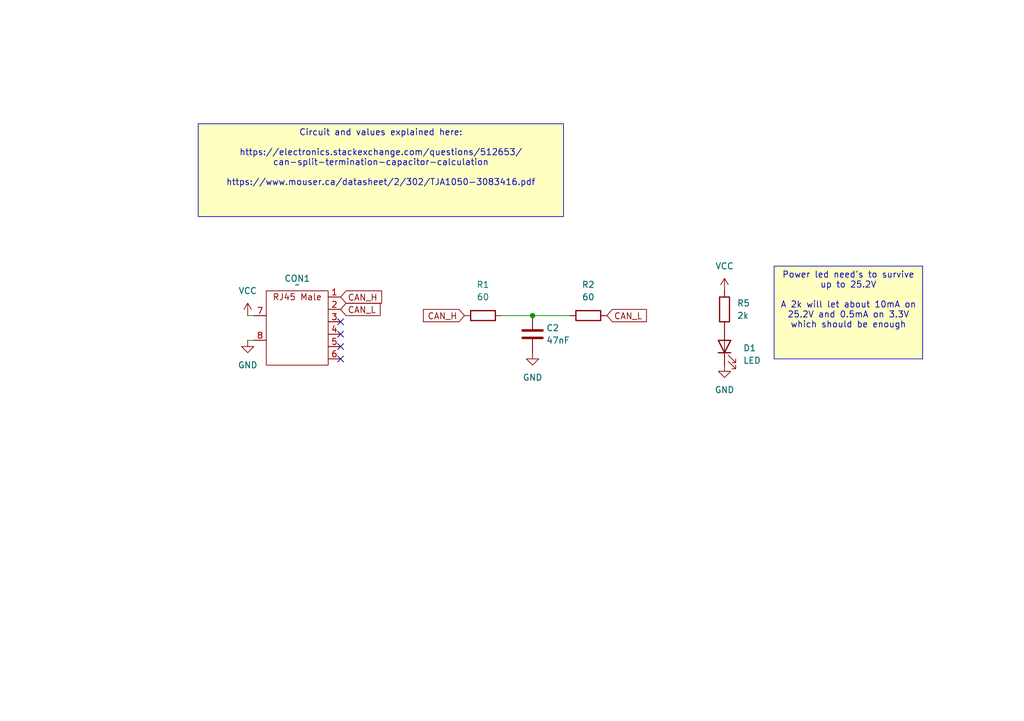
<source format=kicad_sch>
(kicad_sch (version 20231120) (generator "eeschema") (generator_version "8.0")
  (paper "A5")
  (title_block (title "Canbus Terminaison") (rev "0") (company "Robotique UdeS"))
  (lib_symbols
    (symbol "Custom:RJ45_Male"
      (property "Reference" "CON1" (at 0 1.27 0))
      (property "Value" "~" (at 0 0 0))
      (symbol "RJ45_Male_0_1"
        (rectangle (start -6.35 -1.27) (end 6.35 -16.51))
      )
      (symbol "RJ45_Male_1_1"
        (text "RJ45 Male" (at 0 -2.54 0) (effects (font (size 1.27 1.27))))
        (pin bidirectional line (at 8.89 -2.54 180) (length 2.54) (name "") (number "1"))
        (pin bidirectional line (at 8.89 -5.08 180) (length 2.54) (name "") (number "2"))
        (pin unspecified line (at 8.89 -7.62 180) (length 2.54) (name "") (number "3"))
        (pin unspecified line (at 8.89 -10.16 180) (length 2.54) (name "") (number "4"))
        (pin unspecified line (at 8.89 -12.7 180) (length 2.54) (name "") (number "5"))
        (pin unspecified line (at 8.89 -15.24 180) (length 2.54) (name "") (number "6"))
        (pin bidirectional line (at -8.89 -6.35 0) (length 2.54) (name "") (number "7"))
        (pin bidirectional line (at -8.89 -11.43 0) (length 2.54) (name "") (number "8"))
      )
    )
    (symbol "Device:C" (pin_numbers hide) (pin_names (offset 0.254))
      (property "Reference" "C" (at 0.635 2.54 0))
      (property "Value" "C" (at 0.635 -2.54 0))
      (symbol "C_0_1"
        (polyline (pts (xy -2.032 -0.762) (xy 2.032 -0.762)) (stroke (width 0.508)))
        (polyline (pts (xy -2.032 0.762) (xy 2.032 0.762)) (stroke (width 0.508)))
      )
      (symbol "C_1_1"
        (pin passive line (at 0 3.81 270) (length 2.794) (name "~") (number "1"))
        (pin passive line (at 0 -3.81 90) (length 2.794) (name "~") (number "2"))
      )
    )
    (symbol "Device:LED" (pin_numbers hide) (pin_names (offset 1.016) hide)
      (property "Reference" "D" (at 0 2.54 0))
      (property "Value" "LED" (at 0 -2.54 0))
      (symbol "LED_0_1"
        (polyline (pts (xy -1.27 -1.27) (xy -1.27 1.27)) (stroke (width 0.254)))
        (polyline (pts (xy -1.27 0) (xy 1.27 0)))
        (polyline (pts (xy 1.27 -1.27) (xy 1.27 1.27) (xy -1.27 0) (xy 1.27 -1.27)) (stroke (width 0.254)))
        (polyline (pts (xy -3.048 -0.762) (xy -4.572 -2.286) (xy -3.81 -2.286) (xy -4.572 -2.286) (xy -4.572 -1.524)))
        (polyline (pts (xy -1.778 -0.762) (xy -3.302 -2.286) (xy -2.54 -2.286) (xy -3.302 -2.286) (xy -3.302 -1.524)))
      )
      (symbol "LED_1_1"
        (pin passive line (at -3.81 0 0) (length 2.54) (name "K") (number "1"))
        (pin passive line (at 3.81 0 180) (length 2.54) (name "A") (number "2"))
      )
    )
    (symbol "Device:R" (pin_numbers hide) (pin_names (offset 0))
      (property "Reference" "R" (at 2.032 0 90))
      (property "Value" "R" (at 0 0 90))
      (symbol "R_0_1"
        (rectangle (start -1.016 -2.54) (end 1.016 2.54) (stroke (width 0.254)))
      )
      (symbol "R_1_1"
        (pin passive line (at 0 3.81 270) (length 1.27) (name "~") (number "1"))
        (pin passive line (at 0 -3.81 90) (length 1.27) (name "~") (number "2"))
      )
    )
    (symbol "power:GND" (power) (pin_numbers hide) (pin_names (offset 0) hide)
      (property "Value" "GND" (at 0 -3.81 0))
      (symbol "GND_0_1"
        (polyline (pts (xy 0 0) (xy 0 -1.27) (xy 1.27 -1.27) (xy 0 -2.54) (xy -1.27 -1.27) (xy 0 -1.27)))
      )
      (symbol "GND_1_1"
        (pin power_in line (at 0 0 270) (length 0) (name "~") (number "1"))
      )
    )
    (symbol "power:VCC" (power) (pin_numbers hide) (pin_names (offset 0) hide)
      (property "Value" "VCC" (at 0 3.556 0))
      (symbol "VCC_0_1"
        (polyline (pts (xy -0.762 1.27) (xy 0 2.54)))
        (polyline (pts (xy 0 0) (xy 0 2.54)))
        (polyline (pts (xy 0 2.54) (xy 0.762 1.27)))
      )
      (symbol "VCC_1_1"
        (pin power_in line (at 0 0 90) (length 0) (name "~") (number "1"))
      )
    )
  )
  (junction (at 109.22 64.77))
  (no_connect (at 69.85 73.66))
  (no_connect (at 69.85 68.58))
  (no_connect (at 69.85 71.12))
  (no_connect (at 69.85 66.04))
  (wire (pts (xy 50.8 69.85) (xy 52.07 69.85)))
  (wire (pts (xy 102.87 64.77) (xy 109.22 64.77)))
  (wire (pts (xy 109.22 64.77) (xy 116.84 64.77)))
  (wire (pts (xy 50.8 64.77) (xy 52.07 64.77)))
  (text_box "Power led need's to survive up to 25.2V\n\nA 2k will let about 10mA on 25.2V and 0.5mA on 3.3V which should be enough\n" (at 158.75 54.61 0) (size 30.48 19.05) (fill (type color) (color 255 255 194 1)) (effects (font (size 1.27 1.27)) (justify top)))
  (text_box "Circuit and values explained here:\n\nhttps://electronics.stackexchange.com/questions/512653/\ncan-split-termination-capacitor-calculation\n\nhttps://www.mouser.ca/datasheet/2/302/TJA1050-3083416.pdf" (at 40.64 25.4 0) (size 74.93 19.05) (fill (type color) (color 255 255 194 1)) (effects (font (size 1.27 1.27)) (justify top)))
  (global_label "CAN_H" (shape input) (at 95.25 64.77 180) (property "Intersheetrefs" "${INTERSHEET_REFS}" (effects (hide yes))))
  (global_label "CAN_L" (shape input) (at 124.46 64.77 0) (property "Intersheetrefs" "${INTERSHEET_REFS}" (effects (hide yes))))
  (global_label "CAN_H" (shape input) (at 69.85 60.96 0) (property "Intersheetrefs" "${INTERSHEET_REFS}" (effects (hide yes))))
  (global_label "CAN_L" (shape input) (at 69.85 63.5 0) (property "Intersheetrefs" "${INTERSHEET_REFS}" (effects (hide yes))))
  (symbol (lib_id "power:GND") (at 109.22 72.39 0) (unit 1)
    (property "Reference" "#PWR01" (effects (hide yes)))
    (property "Value" "GND" (at 109.22 77.47 0))
    (property "Description" "Power symbol creates a global label with name \"GND\" , ground" (effects (hide yes)))
  )
  (symbol (lib_id "Device:R") (at 120.65 64.77 90) (unit 1)
    (property "Reference" "R2" (at 120.65 58.42 90))
    (property "Value" "60" (at 120.65 60.96 90))
    (property "Footprint" "Resistor_SMD:R_0805_2012Metric_Pad1.20x1.40mm_HandSolder" (effects (hide yes)))
    (property "Description" "Resistor" (effects (hide yes)))
  )
  (symbol (lib_id "Device:R") (at 148.59 63.5 180) (unit 1)
    (property "Reference" "R5" (at 151.13 62.2299 0) (effects (justify right)))
    (property "Value" "2k" (at 151.13 64.7699 0) (effects (justify right)))
    (property "Footprint" "Resistor_SMD:R_0805_2012Metric_Pad1.20x1.40mm_HandSolder" (effects (hide yes)))
    (property "Description" "Resistor" (effects (hide yes)))
  )
  (symbol (lib_id "Custom:RJ45_Male") (at 60.96 58.42 0) (unit 1)
    (property "Reference" "CON1" (at 60.96 57.15 0))
    (property "Value" "~" (at 60.96 58.42 0))
    (property "Footprint" "AAA_Custom:RJ45_MALE-AJP92A8813" (effects (hide yes)))
    (property "Datasheet" "https://www.farnell.com/datasheets/1885653.pdf?_ga=2.166871166.1781278830.1711756205-748110242.1711756205" (effects (hide yes)))
    (property "Description" "AJP92A8813" (effects (hide yes)))
  )
  (symbol (lib_id "power:GND") (at 148.59 74.93 0) (unit 1)
    (property "Reference" "#PWR06" (effects (hide yes)))
    (property "Value" "GND" (at 148.59 80.01 0))
    (property "Description" "Power symbol creates a global label with name \"GND\" , ground" (effects (hide yes)))
  )
  (symbol (lib_id "Device:C") (at 109.22 68.58 0) (unit 1)
    (property "Reference" "C2" (at 112.014 67.31 0) (effects (justify left)))
    (property "Value" "47nF" (at 112.014 69.85 0) (effects (justify left)))
    (property "Footprint" "Capacitor_SMD:C_0805_2012Metric_Pad1.18x1.45mm_HandSolder" (effects (hide yes)))
    (property "Description" "Unpolarized capacitor" (effects (hide yes)))
  )
  (symbol (lib_id "power:VCC") (at 50.8 64.77 0) (unit 1)
    (property "Reference" "#PWR04" (effects (hide yes)))
    (property "Value" "VCC" (at 50.8 59.69 0))
    (property "Description" "Power symbol creates a global label with name \"VCC\"" (effects (hide yes)))
  )
  (symbol (lib_id "Device:LED") (at 148.59 71.12 90) (unit 1)
    (property "Reference" "D1" (at 152.4 71.4374 90) (effects (justify right)))
    (property "Value" "LED" (at 152.4 73.9774 90) (effects (justify right)))
    (property "Footprint" "LED_SMD:LED_0805_2012Metric_Pad1.15x1.40mm_HandSolder" (effects (hide yes)))
    (property "Description" "150080RS75000 | 732-4984-2-ND " (effects (hide yes)))
  )
  (symbol (lib_id "Device:R") (at 99.06 64.77 90) (unit 1)
    (property "Reference" "R1" (at 99.06 58.42 90))
    (property "Value" "60" (at 99.06 60.96 90))
    (property "Footprint" "Resistor_SMD:R_0805_2012Metric_Pad1.20x1.40mm_HandSolder" (effects (hide yes)))
    (property "Description" "Resistor" (effects (hide yes)))
  )
  (symbol (lib_id "power:GND") (at 50.8 69.85 0) (unit 1)
    (property "Reference" "#PWR02" (effects (hide yes)))
    (property "Value" "GND" (at 50.8 74.93 0))
    (property "Description" "Power symbol creates a global label with name \"GND\" , ground" (effects (hide yes)))
  )
  (symbol (lib_id "power:VCC") (at 148.59 59.69 0) (unit 1)
    (property "Reference" "#PWR05" (effects (hide yes)))
    (property "Value" "VCC" (at 148.59 54.61 0))
    (property "Description" "Power symbol creates a global label with name \"VCC\"" (effects (hide yes)))
  )
)
</source>
